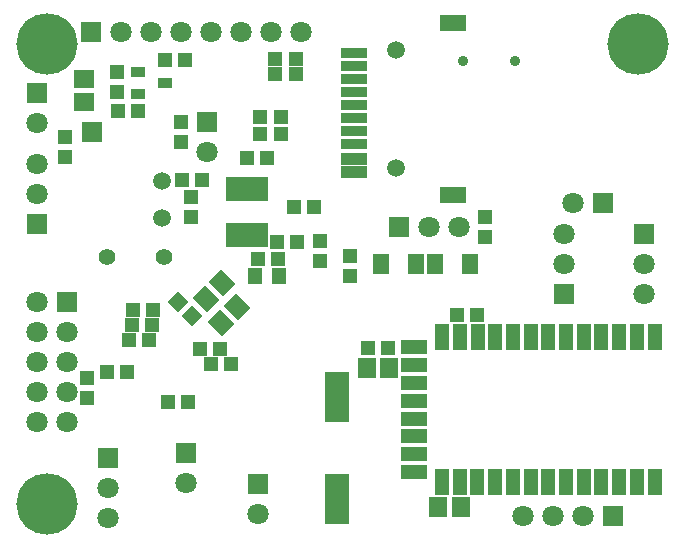
<source format=gbr>
G04 DipTrace Beta 2.9.0.1*
G04 BottomMask.gbr*
%MOIN*%
G04 #@! TF.FileFunction,Soldermask,Bot*
G04 #@! TF.Part,Single*
%AMOUTLINE1*
4,1,4,
-0.003561,0.044487,
0.044584,-0.002006,
0.003561,-0.044487,
-0.044584,0.002006,
-0.003561,0.044487,
0*%
%AMOUTLINE7*
4,1,4,
-0.034799,0.001392,
-0.001392,0.034799,
0.034799,-0.001392,
0.001392,-0.034799,
-0.034799,0.001392,
0*%
%ADD57C,0.035433*%
%ADD58C,0.059055*%
%ADD64C,0.204724*%
%ADD66C,0.059055*%
%ADD68C,0.055874*%
%ADD74R,0.086614X0.047244*%
%ADD76R,0.047244X0.086614*%
%ADD78R,0.086614X0.041339*%
%ADD80R,0.086614X0.055118*%
%ADD82R,0.086614X0.035433*%
%ADD95R,0.049213X0.033465*%
%ADD97R,0.047244X0.055118*%
%ADD99R,0.055118X0.070866*%
%ADD107C,0.070866*%
%ADD109R,0.070866X0.070866*%
%ADD111R,0.082677X0.17126*%
%ADD115R,0.047244X0.051181*%
%ADD117R,0.141732X0.082677*%
%ADD121R,0.059055X0.066929*%
%ADD123R,0.066929X0.059055*%
%ADD125R,0.051181X0.047244*%
%ADD134OUTLINE1*%
%ADD140OUTLINE7*%
%FSLAX26Y26*%
G04*
G70*
G90*
G75*
G01*
G04 BotMask*
%LPD*%
D134*
X1154864Y1178994D3*
X1102901Y1125185D3*
D117*
X1187542Y1418820D3*
Y1572364D3*
D125*
X1037529Y1600089D3*
X970600D3*
D115*
X1000031Y1543807D3*
Y1476878D3*
X1981367Y1412558D3*
Y1479487D3*
D121*
X1900099Y513121D3*
X1825296D3*
D111*
X1487551Y537255D3*
Y879774D3*
D134*
X1051924Y1204799D3*
X1103887Y1258608D3*
D123*
X643727Y1862831D3*
Y1937634D3*
D109*
X1693850Y1443829D3*
D107*
X1793850D3*
X1893850D3*
D109*
X487472Y1456297D3*
D107*
Y1556297D3*
Y1656297D3*
D109*
X2244314Y1220247D3*
D107*
Y1320247D3*
Y1420247D3*
D109*
X2408066Y481210D3*
D107*
X2308066D3*
X2208066D3*
X2108066D3*
D109*
X724953Y674538D3*
D107*
Y574538D3*
Y474538D3*
X487472Y1193790D3*
Y1093790D3*
Y993790D3*
Y893790D3*
Y793790D3*
X587472D3*
Y893790D3*
Y993790D3*
Y1093790D3*
D109*
Y1193790D3*
X2512155Y1420247D3*
D107*
Y1320247D3*
Y1220247D3*
D109*
X487472Y1892890D3*
D107*
Y1792890D3*
D109*
X1056252Y1793829D3*
D107*
Y1693829D3*
D109*
X668929Y2093869D3*
D107*
X768929D3*
X868929D3*
X968929D3*
X1068929D3*
X1168929D3*
X1268929D3*
X1368929D3*
D109*
X985406Y691367D3*
D107*
Y591367D3*
D109*
X1225031Y587491D3*
D107*
Y487491D3*
D57*
X2079997Y1999276D3*
X1906769D3*
D107*
X2275148Y1525070D3*
D109*
X2375148D3*
D121*
X1587039Y975168D3*
X1661843D3*
D109*
X672413Y1762609D3*
D97*
X1293795Y1281294D3*
X1215055D3*
D95*
X824992Y1887609D3*
Y1962412D3*
X915543Y1925010D3*
D125*
X1350064Y1956349D3*
X1283135D3*
X1350064Y2006388D3*
X1283135D3*
X1256291Y1675089D3*
X1189362D3*
X1300031Y1756349D3*
X1233102D3*
X1300031Y1812609D3*
X1233102D3*
X806244Y1118777D3*
X873173D3*
X1031282Y1037500D3*
X1098211D3*
D115*
X968772Y1793829D3*
Y1726900D3*
D125*
X1225038Y1337550D3*
X1291967D3*
X1343820Y1512560D3*
X1410749D3*
X1356302Y1393806D3*
X1289373D3*
D140*
X1004915Y1147332D3*
X957589Y1194658D3*
D125*
X1590976Y1040444D3*
X1657906D3*
X1887768Y1152491D3*
X1954697D3*
X1068774Y987530D3*
X1135703D3*
X793743Y1068772D3*
X860672D3*
X924992Y862491D3*
X991921D3*
D115*
X656228Y875001D3*
Y941930D3*
X1531331Y1281310D3*
Y1348239D3*
X756239Y1962615D3*
Y1895686D3*
D125*
X824992Y1831349D3*
X758063D3*
X981262Y2000119D3*
X914333D3*
D99*
X1932344Y1321887D3*
X1814234D3*
D125*
X787492Y962510D3*
X720563D3*
D115*
X581220Y1743843D3*
Y1676913D3*
X1431310Y1331299D3*
Y1398228D3*
D99*
X1633496Y1322176D3*
X1751606D3*
D125*
X874992Y1168790D3*
X808063D3*
D82*
X1543811Y2025129D3*
Y1981822D3*
Y1938514D3*
Y1895207D3*
Y1851900D3*
Y1808593D3*
Y1765286D3*
Y1721979D3*
D80*
X1874520Y2125522D3*
Y1550719D3*
D78*
X1543811Y1627491D3*
Y1672766D3*
D58*
X1685543Y2034971D3*
Y1641270D3*
D76*
X2546869Y1077701D3*
X2487866D3*
X2428864D3*
X2369861D3*
X2310858D3*
X2251869D3*
X2192866D3*
X2133864D3*
X2074861D3*
X2015858D3*
X1956869D3*
X1897866D3*
X1837866D3*
X2546869Y595706D3*
X2487866D3*
X2428864D3*
X2369822Y595955D3*
X2310858Y595706D3*
X2251711Y595955D3*
X2192656D3*
X2133601D3*
X2074546D3*
X2015491D3*
X1956436D3*
X1897381D3*
X1838325D3*
D74*
X1744861Y629709D3*
Y688698D3*
Y747701D3*
Y806703D3*
Y866703D3*
Y925706D3*
Y984709D3*
Y1043698D3*
D68*
X912512Y1343790D3*
X722512D3*
D66*
X906252Y1475050D3*
Y1597097D3*
D64*
X2490189Y2056388D3*
X521685Y2056375D3*
Y520955D3*
M02*

</source>
